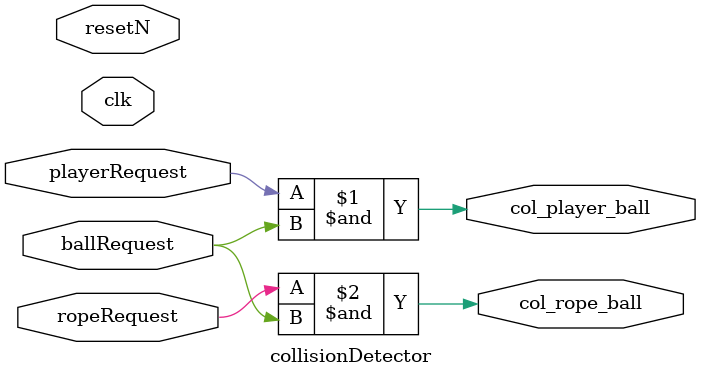
<source format=sv>



module collisionDetector	(	
					input		logic	clk,
					input		logic	resetN,
					input 	logic	playerRequest, 
					input 	logic	ballRequest, 
					input    logic ropeRequest,
					
					output	logic	col_player_ball,
					output   logic col_rope_ball
);


assign col_player_ball = playerRequest & ballRequest;
assign col_rope_ball   = ropeRequest & ballRequest;

endmodule
</source>
